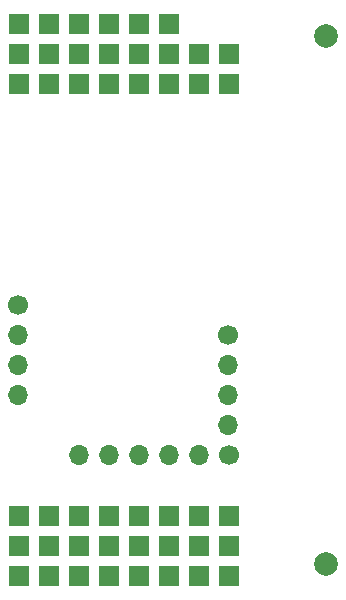
<source format=gbl>
G04 #@! TF.FileFunction,Copper,L2,Bot,Signal*
%FSLAX46Y46*%
G04 Gerber Fmt 4.6, Leading zero omitted, Abs format (unit mm)*
G04 Created by KiCad (PCBNEW 4.0.2-stable) date 06.07.2017 11:41:47*
%MOMM*%
G01*
G04 APERTURE LIST*
%ADD10C,0.100000*%
%ADD11R,1.700000X1.700000*%
%ADD12C,1.700000*%
%ADD13O,1.700000X1.700000*%
%ADD14C,2.000000*%
G04 APERTURE END LIST*
D10*
D11*
X170942000Y-92392500D03*
X173482000Y-92392500D03*
X176022000Y-92392500D03*
X178562000Y-92392500D03*
X181102000Y-92392500D03*
X183642000Y-92392500D03*
X186182000Y-92392500D03*
X188722000Y-92392500D03*
X170942000Y-89852500D03*
X173482000Y-89852500D03*
X176022000Y-89852500D03*
X178562000Y-89852500D03*
X181102000Y-89852500D03*
X183642000Y-89852500D03*
X186182000Y-89852500D03*
X188722000Y-89852500D03*
X170942000Y-87312500D03*
X173482000Y-87312500D03*
X176022000Y-87312500D03*
X178562000Y-87312500D03*
X181102000Y-87312500D03*
X183642000Y-87312500D03*
X170942000Y-128905000D03*
X173482000Y-128905000D03*
X176022000Y-128905000D03*
X178562000Y-128905000D03*
X181102000Y-128905000D03*
X183642000Y-128905000D03*
X186182000Y-128905000D03*
X188722000Y-128905000D03*
X170942000Y-131445000D03*
X173482000Y-131445000D03*
X176022000Y-131445000D03*
X178562000Y-131445000D03*
X181102000Y-131445000D03*
X183642000Y-131445000D03*
X186182000Y-131445000D03*
X188722000Y-131445000D03*
X170942000Y-133985000D03*
X173482000Y-133985000D03*
X176022000Y-133985000D03*
X178562000Y-133985000D03*
X181102000Y-133985000D03*
X183642000Y-133985000D03*
X186182000Y-133985000D03*
X188722000Y-133985000D03*
D12*
X170878500Y-111061500D03*
D13*
X170878500Y-113601500D03*
X170878500Y-116141500D03*
X170878500Y-118681500D03*
D12*
X188658500Y-113601500D03*
D13*
X188658500Y-116141500D03*
X188658500Y-118681500D03*
X188658500Y-121221500D03*
D12*
X188722000Y-123761500D03*
D13*
X186182000Y-123761500D03*
X183642000Y-123761500D03*
X181102000Y-123761500D03*
X178562000Y-123761500D03*
X176022000Y-123761500D03*
D14*
X196913500Y-88267000D03*
X196913500Y-132967000D03*
M02*

</source>
